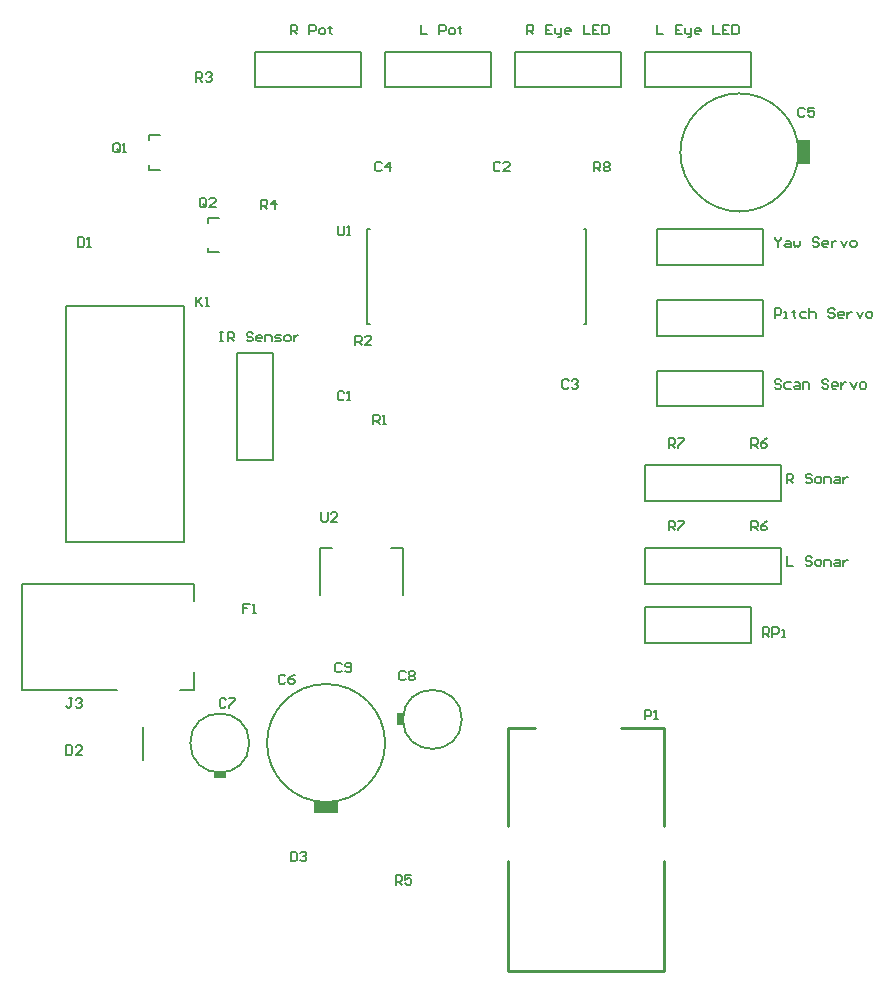
<source format=gto>
%FSLAX44Y44*%
%MOMM*%
G71*
G01*
G75*
G04 Layer_Color=65535*
%ADD10R,0.6000X1.0000*%
%ADD11R,1.4500X1.8000*%
%ADD12R,2.1590X2.7430*%
%ADD13R,1.5200X1.6800*%
%ADD14R,1.4000X1.0000*%
%ADD15R,0.6000X2.0000*%
%ADD16O,0.6000X2.0000*%
%ADD17R,1.0000X0.6000*%
%ADD18R,1.5000X2.0000*%
%ADD19C,1.0000*%
%ADD20C,0.3000*%
%ADD21C,0.2580*%
%ADD22R,3.8000X2.0000*%
%ADD23C,2.0000*%
%ADD24C,1.5240*%
G04:AMPARAMS|DCode=25|XSize=4.8mm|YSize=2mm|CornerRadius=0.5mm|HoleSize=0mm|Usage=FLASHONLY|Rotation=270.000|XOffset=0mm|YOffset=0mm|HoleType=Round|Shape=RoundedRectangle|*
%AMROUNDEDRECTD25*
21,1,4.8000,1.0000,0,0,270.0*
21,1,3.8000,2.0000,0,0,270.0*
1,1,1.0000,-0.5000,-1.9000*
1,1,1.0000,-0.5000,1.9000*
1,1,1.0000,0.5000,1.9000*
1,1,1.0000,0.5000,-1.9000*
%
%ADD25ROUNDEDRECTD25*%
G04:AMPARAMS|DCode=26|XSize=4mm|YSize=1.8mm|CornerRadius=0.45mm|HoleSize=0mm|Usage=FLASHONLY|Rotation=270.000|XOffset=0mm|YOffset=0mm|HoleType=Round|Shape=RoundedRectangle|*
%AMROUNDEDRECTD26*
21,1,4.0000,0.9000,0,0,270.0*
21,1,3.1000,1.8000,0,0,270.0*
1,1,0.9000,-0.4500,-1.5500*
1,1,0.9000,-0.4500,1.5500*
1,1,0.9000,0.4500,1.5500*
1,1,0.9000,0.4500,-1.5500*
%
%ADD26ROUNDEDRECTD26*%
G04:AMPARAMS|DCode=27|XSize=4mm|YSize=1.8mm|CornerRadius=0.45mm|HoleSize=0mm|Usage=FLASHONLY|Rotation=0.000|XOffset=0mm|YOffset=0mm|HoleType=Round|Shape=RoundedRectangle|*
%AMROUNDEDRECTD27*
21,1,4.0000,0.9000,0,0,0.0*
21,1,3.1000,1.8000,0,0,0.0*
1,1,0.9000,1.5500,-0.4500*
1,1,0.9000,-1.5500,-0.4500*
1,1,0.9000,-1.5500,0.4500*
1,1,0.9000,1.5500,0.4500*
%
%ADD27ROUNDEDRECTD27*%
%ADD28C,1.5000*%
%ADD29C,4.0000*%
%ADD30C,1.2700*%
%ADD31C,0.2000*%
%ADD32C,0.2540*%
%ADD33C,0.1000*%
%ADD34R,1.1000X2.0000*%
%ADD35R,2.0000X1.1000*%
%ADD36R,0.5000X1.0000*%
%ADD37R,1.0000X0.5000*%
D31*
X640000Y640000D02*
G03*
X640000Y640000I-50000J0D01*
G01*
X290000Y140000D02*
G03*
X290000Y140000I-50000J0D01*
G01*
X355000Y160000D02*
G03*
X355000Y160000I-25000J0D01*
G01*
X175000Y140000D02*
G03*
X175000Y140000I-25000J0D01*
G01*
X165000Y380000D02*
X195000D01*
Y470000D01*
X165000D02*
X195000D01*
X165000Y380000D02*
Y470000D01*
X270000Y695000D02*
Y725000D01*
X180000D02*
X270000D01*
X180000Y695000D02*
Y725000D01*
Y695000D02*
X270000D01*
X380000D02*
Y725000D01*
X290000D02*
X380000D01*
X290000Y695000D02*
Y725000D01*
Y695000D02*
X380000D01*
X400000D02*
X490000D01*
X400000D02*
Y725000D01*
X490000D01*
Y695000D02*
Y725000D01*
X510000Y695000D02*
X600000D01*
X510000D02*
Y725000D01*
X600000D01*
Y695000D02*
Y725000D01*
X85080Y125522D02*
Y153970D01*
X128000Y260250D02*
Y275000D01*
X-17000D02*
X128000D01*
X-17000Y185000D02*
Y275000D01*
Y185000D02*
X63250D01*
X128000D02*
Y200000D01*
X116000Y185000D02*
X128000D01*
X20000Y510000D02*
X120000D01*
X20000Y310000D02*
Y510000D01*
Y310000D02*
X120000D01*
Y510000D01*
X90000Y650500D02*
Y654600D01*
Y625400D02*
Y629500D01*
Y625400D02*
X99750D01*
X90000Y654600D02*
X99750D01*
X275000Y575000D02*
X277000D01*
X275000D02*
X275000Y495000D01*
X275500D02*
X277000D01*
X458500Y575000D02*
X460000D01*
X460500Y495000D02*
X460500Y575000D01*
X458500Y495000D02*
X460500D01*
X520000Y545000D02*
X610000D01*
X520000D02*
Y575000D01*
X610000D01*
Y545000D02*
Y575000D01*
X520000Y485000D02*
X610000D01*
X520000D02*
Y515000D01*
X610000D01*
Y485000D02*
Y515000D01*
X520000Y425000D02*
X610000D01*
X520000D02*
Y455000D01*
X610000D01*
Y425000D02*
Y455000D01*
X510000Y345000D02*
X625000D01*
X510000D02*
Y375000D01*
X625000Y375000D01*
X625000Y345000D02*
X625000Y375000D01*
X510000Y275000D02*
X625000D01*
X510000D02*
Y305000D01*
X625000Y305000D01*
X625000Y275000D02*
X625000Y305000D01*
X510000Y255000D02*
X600000D01*
Y225000D02*
Y255000D01*
X510000Y225000D02*
X600000D01*
X510000D02*
Y255000D01*
X140000Y580500D02*
Y584600D01*
Y555400D02*
Y559500D01*
Y555400D02*
X149750D01*
X140000Y584600D02*
X149750D01*
X295000Y305000D02*
X305000D01*
Y265000D02*
Y305000D01*
X235000D02*
X245000D01*
X235000Y265000D02*
Y305000D01*
X150000Y487997D02*
X152666D01*
X151333D01*
Y480000D01*
X150000D01*
X152666D01*
X156664D02*
Y487997D01*
X160663D01*
X161996Y486665D01*
Y483999D01*
X160663Y482666D01*
X156664D01*
X159330D02*
X161996Y480000D01*
X177991Y486665D02*
X176658Y487997D01*
X173992D01*
X172659Y486665D01*
Y485332D01*
X173992Y483999D01*
X176658D01*
X177991Y482666D01*
Y481333D01*
X176658Y480000D01*
X173992D01*
X172659Y481333D01*
X184655Y480000D02*
X181990D01*
X180657Y481333D01*
Y483999D01*
X181990Y485332D01*
X184655D01*
X185988Y483999D01*
Y482666D01*
X180657D01*
X188654Y480000D02*
Y485332D01*
X192653D01*
X193986Y483999D01*
Y480000D01*
X196652D02*
X200650D01*
X201983Y481333D01*
X200650Y482666D01*
X197985D01*
X196652Y483999D01*
X197985Y485332D01*
X201983D01*
X205982Y480000D02*
X208648D01*
X209981Y481333D01*
Y483999D01*
X208648Y485332D01*
X205982D01*
X204649Y483999D01*
Y481333D01*
X205982Y480000D01*
X212647Y485332D02*
Y480000D01*
Y482666D01*
X213979Y483999D01*
X215312Y485332D01*
X216645D01*
X236014Y335177D02*
Y328513D01*
X237347Y327180D01*
X240013D01*
X241346Y328513D01*
Y335177D01*
X249343Y327180D02*
X244011D01*
X249343Y332512D01*
Y333844D01*
X248010Y335177D01*
X245344D01*
X244011Y333844D01*
X250000Y577997D02*
Y571333D01*
X251333Y570000D01*
X253999D01*
X255332Y571333D01*
Y577997D01*
X257997Y570000D02*
X260663D01*
X259330D01*
Y577997D01*
X257997Y576665D01*
X466952Y623970D02*
Y631967D01*
X470951D01*
X472284Y630634D01*
Y627969D01*
X470951Y626636D01*
X466952D01*
X469618D02*
X472284Y623970D01*
X474949Y630634D02*
X476282Y631967D01*
X478948D01*
X480281Y630634D01*
Y629302D01*
X478948Y627969D01*
X480281Y626636D01*
Y625303D01*
X478948Y623970D01*
X476282D01*
X474949Y625303D01*
Y626636D01*
X476282Y627969D01*
X474949Y629302D01*
Y630634D01*
X476282Y627969D02*
X478948D01*
X530000Y320000D02*
Y327997D01*
X533999D01*
X535332Y326665D01*
Y323999D01*
X533999Y322666D01*
X530000D01*
X532666D02*
X535332Y320000D01*
X537997Y327997D02*
X543329D01*
Y326665D01*
X537997Y321333D01*
Y320000D01*
X530000Y390000D02*
Y397997D01*
X533999D01*
X535332Y396665D01*
Y393999D01*
X533999Y392666D01*
X530000D01*
X532666D02*
X535332Y390000D01*
X537997Y397997D02*
X543329D01*
Y396665D01*
X537997Y391333D01*
Y390000D01*
X600000Y320000D02*
Y327997D01*
X603999D01*
X605332Y326665D01*
Y323999D01*
X603999Y322666D01*
X600000D01*
X602666D02*
X605332Y320000D01*
X613329Y327997D02*
X610663Y326665D01*
X607997Y323999D01*
Y321333D01*
X609330Y320000D01*
X611996D01*
X613329Y321333D01*
Y322666D01*
X611996Y323999D01*
X607997D01*
X600000Y390000D02*
Y397997D01*
X603999D01*
X605332Y396665D01*
Y393999D01*
X603999Y392666D01*
X600000D01*
X602666D02*
X605332Y390000D01*
X613329Y397997D02*
X610663Y396665D01*
X607997Y393999D01*
Y391333D01*
X609330Y390000D01*
X611996D01*
X613329Y391333D01*
Y392666D01*
X611996Y393999D01*
X607997D01*
X299000Y20000D02*
Y27997D01*
X302999D01*
X304332Y26665D01*
Y23999D01*
X302999Y22666D01*
X299000D01*
X301666D02*
X304332Y20000D01*
X312329Y27997D02*
X306997D01*
Y23999D01*
X309663Y25332D01*
X310996D01*
X312329Y23999D01*
Y21333D01*
X310996Y20000D01*
X308330D01*
X306997Y21333D01*
X185006Y592074D02*
Y600071D01*
X189005D01*
X190338Y598739D01*
Y596073D01*
X189005Y594740D01*
X185006D01*
X187672D02*
X190338Y592074D01*
X197002D02*
Y600071D01*
X193003Y596073D01*
X198335D01*
X130000Y700000D02*
Y707997D01*
X133999D01*
X135332Y706665D01*
Y703999D01*
X133999Y702666D01*
X130000D01*
X132666D02*
X135332Y700000D01*
X137997Y706665D02*
X139330Y707997D01*
X141996D01*
X143329Y706665D01*
Y705332D01*
X141996Y703999D01*
X140663D01*
X141996D01*
X143329Y702666D01*
Y701333D01*
X141996Y700000D01*
X139330D01*
X137997Y701333D01*
X264922Y477012D02*
Y485009D01*
X268921D01*
X270254Y483676D01*
Y481011D01*
X268921Y479678D01*
X264922D01*
X267588D02*
X270254Y477012D01*
X278251D02*
X272919D01*
X278251Y482344D01*
Y483676D01*
X276918Y485009D01*
X274252D01*
X272919Y483676D01*
X280000Y410000D02*
Y417997D01*
X283999D01*
X285332Y416665D01*
Y413999D01*
X283999Y412666D01*
X280000D01*
X282666D02*
X285332Y410000D01*
X287997D02*
X290663D01*
X289330D01*
Y417997D01*
X287997Y416665D01*
X138428Y594837D02*
Y600168D01*
X137095Y601501D01*
X134429D01*
X133096Y600168D01*
Y594837D01*
X134429Y593504D01*
X137095D01*
X135762Y596170D02*
X138428Y593504D01*
X137095D02*
X138428Y594837D01*
X146425Y593504D02*
X141093D01*
X146425Y598836D01*
Y600168D01*
X145092Y601501D01*
X142426D01*
X141093Y600168D01*
X65332Y641333D02*
Y646665D01*
X63999Y647997D01*
X61333D01*
X60000Y646665D01*
Y641333D01*
X61333Y640000D01*
X63999D01*
X62666Y642666D02*
X65332Y640000D01*
X63999D02*
X65332Y641333D01*
X67997Y640000D02*
X70663D01*
X69330D01*
Y647997D01*
X67997Y646665D01*
X510000Y160000D02*
Y167997D01*
X513999D01*
X515332Y166665D01*
Y163999D01*
X513999Y162666D01*
X510000D01*
X517997Y160000D02*
X520663D01*
X519330D01*
Y167997D01*
X517997Y166665D01*
X130000Y517997D02*
Y510000D01*
Y512666D01*
X135332Y517997D01*
X131333Y513999D01*
X135332Y510000D01*
X137997D02*
X140663D01*
X139330D01*
Y517997D01*
X137997Y516665D01*
X520000Y747997D02*
Y740000D01*
X525332D01*
X541326Y747997D02*
X535995D01*
Y740000D01*
X541326D01*
X535995Y743999D02*
X538661D01*
X543992Y745332D02*
Y741333D01*
X545325Y740000D01*
X549324D01*
Y738667D01*
X547991Y737334D01*
X546658D01*
X549324Y740000D02*
Y745332D01*
X555988Y740000D02*
X553323D01*
X551990Y741333D01*
Y743999D01*
X553323Y745332D01*
X555988D01*
X557321Y743999D01*
Y742666D01*
X551990D01*
X567985Y747997D02*
Y740000D01*
X573316D01*
X581314Y747997D02*
X575982D01*
Y740000D01*
X581314D01*
X575982Y743999D02*
X578648D01*
X583979Y747997D02*
Y740000D01*
X587978D01*
X589311Y741333D01*
Y746665D01*
X587978Y747997D01*
X583979D01*
X410000Y740000D02*
Y747997D01*
X413999D01*
X415332Y746665D01*
Y743999D01*
X413999Y742666D01*
X410000D01*
X412666D02*
X415332Y740000D01*
X431326Y747997D02*
X425995D01*
Y740000D01*
X431326D01*
X425995Y743999D02*
X428661D01*
X433992Y745332D02*
Y741333D01*
X435325Y740000D01*
X439324D01*
Y738667D01*
X437991Y737334D01*
X436658D01*
X439324Y740000D02*
Y745332D01*
X445988Y740000D02*
X443323D01*
X441990Y741333D01*
Y743999D01*
X443323Y745332D01*
X445988D01*
X447321Y743999D01*
Y742666D01*
X441990D01*
X457985Y747997D02*
Y740000D01*
X463316D01*
X471314Y747997D02*
X465982D01*
Y740000D01*
X471314D01*
X465982Y743999D02*
X468648D01*
X473979Y747997D02*
Y740000D01*
X477978D01*
X479311Y741333D01*
Y746665D01*
X477978Y747997D01*
X473979D01*
X630000Y297997D02*
Y290000D01*
X635332D01*
X651327Y296665D02*
X649994Y297997D01*
X647328D01*
X645995Y296665D01*
Y295332D01*
X647328Y293999D01*
X649994D01*
X651327Y292666D01*
Y291333D01*
X649994Y290000D01*
X647328D01*
X645995Y291333D01*
X655325Y290000D02*
X657991D01*
X659324Y291333D01*
Y293999D01*
X657991Y295332D01*
X655325D01*
X653992Y293999D01*
Y291333D01*
X655325Y290000D01*
X661990D02*
Y295332D01*
X665988D01*
X667321Y293999D01*
Y290000D01*
X671320Y295332D02*
X673986D01*
X675319Y293999D01*
Y290000D01*
X671320D01*
X669987Y291333D01*
X671320Y292666D01*
X675319D01*
X677984Y295332D02*
Y290000D01*
Y292666D01*
X679317Y293999D01*
X680650Y295332D01*
X681983D01*
X630000Y360000D02*
Y367997D01*
X633999D01*
X635332Y366665D01*
Y363999D01*
X633999Y362666D01*
X630000D01*
X632666D02*
X635332Y360000D01*
X651327Y366665D02*
X649994Y367997D01*
X647328D01*
X645995Y366665D01*
Y365332D01*
X647328Y363999D01*
X649994D01*
X651327Y362666D01*
Y361333D01*
X649994Y360000D01*
X647328D01*
X645995Y361333D01*
X655325Y360000D02*
X657991D01*
X659324Y361333D01*
Y363999D01*
X657991Y365332D01*
X655325D01*
X653992Y363999D01*
Y361333D01*
X655325Y360000D01*
X661990D02*
Y365332D01*
X665988D01*
X667321Y363999D01*
Y360000D01*
X671320Y365332D02*
X673986D01*
X675319Y363999D01*
Y360000D01*
X671320D01*
X669987Y361333D01*
X671320Y362666D01*
X675319D01*
X677984Y365332D02*
Y360000D01*
Y362666D01*
X679317Y363999D01*
X680650Y365332D01*
X681983D01*
X625332Y446665D02*
X623999Y447997D01*
X621333D01*
X620000Y446665D01*
Y445332D01*
X621333Y443999D01*
X623999D01*
X625332Y442666D01*
Y441333D01*
X623999Y440000D01*
X621333D01*
X620000Y441333D01*
X633329Y445332D02*
X629330D01*
X627997Y443999D01*
Y441333D01*
X629330Y440000D01*
X633329D01*
X637328Y445332D02*
X639994D01*
X641327Y443999D01*
Y440000D01*
X637328D01*
X635995Y441333D01*
X637328Y442666D01*
X641327D01*
X643992Y440000D02*
Y445332D01*
X647991D01*
X649324Y443999D01*
Y440000D01*
X665319Y446665D02*
X663986Y447997D01*
X661320D01*
X659987Y446665D01*
Y445332D01*
X661320Y443999D01*
X663986D01*
X665319Y442666D01*
Y441333D01*
X663986Y440000D01*
X661320D01*
X659987Y441333D01*
X671983Y440000D02*
X669317D01*
X667984Y441333D01*
Y443999D01*
X669317Y445332D01*
X671983D01*
X673316Y443999D01*
Y442666D01*
X667984D01*
X675982Y445332D02*
Y440000D01*
Y442666D01*
X677315Y443999D01*
X678648Y445332D01*
X679981D01*
X683979D02*
X686645Y440000D01*
X689311Y445332D01*
X693310Y440000D02*
X695975D01*
X697308Y441333D01*
Y443999D01*
X695975Y445332D01*
X693310D01*
X691977Y443999D01*
Y441333D01*
X693310Y440000D01*
X620000Y500000D02*
Y507997D01*
X623999D01*
X625332Y506665D01*
Y503999D01*
X623999Y502666D01*
X620000D01*
X627997Y500000D02*
X630663D01*
X629330D01*
Y505332D01*
X627997D01*
X635995Y506665D02*
Y505332D01*
X634662D01*
X637328D01*
X635995D01*
Y501333D01*
X637328Y500000D01*
X646658Y505332D02*
X642659D01*
X641327Y503999D01*
Y501333D01*
X642659Y500000D01*
X646658D01*
X649324Y507997D02*
Y500000D01*
Y503999D01*
X650657Y505332D01*
X653323D01*
X654656Y503999D01*
Y500000D01*
X670650Y506665D02*
X669317Y507997D01*
X666652D01*
X665319Y506665D01*
Y505332D01*
X666652Y503999D01*
X669317D01*
X670650Y502666D01*
Y501333D01*
X669317Y500000D01*
X666652D01*
X665319Y501333D01*
X677315Y500000D02*
X674649D01*
X673316Y501333D01*
Y503999D01*
X674649Y505332D01*
X677315D01*
X678648Y503999D01*
Y502666D01*
X673316D01*
X681314Y505332D02*
Y500000D01*
Y502666D01*
X682646Y503999D01*
X683979Y505332D01*
X685312D01*
X689311D02*
X691977Y500000D01*
X694643Y505332D01*
X698641Y500000D02*
X701307D01*
X702640Y501333D01*
Y503999D01*
X701307Y505332D01*
X698641D01*
X697308Y503999D01*
Y501333D01*
X698641Y500000D01*
X620000Y567997D02*
Y566665D01*
X622666Y563999D01*
X625332Y566665D01*
Y567997D01*
X622666Y563999D02*
Y560000D01*
X629330Y565332D02*
X631996D01*
X633329Y563999D01*
Y560000D01*
X629330D01*
X627997Y561333D01*
X629330Y562666D01*
X633329D01*
X635995Y565332D02*
Y561333D01*
X637328Y560000D01*
X638661Y561333D01*
X639994Y560000D01*
X641327Y561333D01*
Y565332D01*
X657321Y566665D02*
X655988Y567997D01*
X653323D01*
X651990Y566665D01*
Y565332D01*
X653323Y563999D01*
X655988D01*
X657321Y562666D01*
Y561333D01*
X655988Y560000D01*
X653323D01*
X651990Y561333D01*
X663986Y560000D02*
X661320D01*
X659987Y561333D01*
Y563999D01*
X661320Y565332D01*
X663986D01*
X665319Y563999D01*
Y562666D01*
X659987D01*
X667984Y565332D02*
Y560000D01*
Y562666D01*
X669317Y563999D01*
X670650Y565332D01*
X671983D01*
X675982D02*
X678648Y560000D01*
X681313Y565332D01*
X685312Y560000D02*
X687978D01*
X689311Y561333D01*
Y563999D01*
X687978Y565332D01*
X685312D01*
X683979Y563999D01*
Y561333D01*
X685312Y560000D01*
X610000Y230000D02*
Y237997D01*
X613999D01*
X615332Y236665D01*
Y233999D01*
X613999Y232666D01*
X610000D01*
X612666D02*
X615332Y230000D01*
X617997D02*
Y237997D01*
X621996D01*
X623329Y236665D01*
Y233999D01*
X621996Y232666D01*
X617997D01*
X625995Y230000D02*
X628661D01*
X627328D01*
Y235332D01*
X625995D01*
X25332Y177997D02*
X22666D01*
X23999D01*
Y171333D01*
X22666Y170000D01*
X21333D01*
X20000Y171333D01*
X27997Y176665D02*
X29330Y177997D01*
X31996D01*
X33329Y176665D01*
Y175332D01*
X31996Y173999D01*
X30663D01*
X31996D01*
X33329Y172666D01*
Y171333D01*
X31996Y170000D01*
X29330D01*
X27997Y171333D01*
X320000Y747997D02*
Y740000D01*
X325332D01*
X335995D02*
Y747997D01*
X339994D01*
X341326Y746665D01*
Y743999D01*
X339994Y742666D01*
X335995D01*
X345325Y740000D02*
X347991D01*
X349324Y741333D01*
Y743999D01*
X347991Y745332D01*
X345325D01*
X343992Y743999D01*
Y741333D01*
X345325Y740000D01*
X353323Y746665D02*
Y745332D01*
X351990D01*
X354655D01*
X353323D01*
Y741333D01*
X354655Y740000D01*
X210000D02*
Y747997D01*
X213999D01*
X215332Y746665D01*
Y743999D01*
X213999Y742666D01*
X210000D01*
X212666D02*
X215332Y740000D01*
X225995D02*
Y747997D01*
X229994D01*
X231327Y746665D01*
Y743999D01*
X229994Y742666D01*
X225995D01*
X235325Y740000D02*
X237991D01*
X239324Y741333D01*
Y743999D01*
X237991Y745332D01*
X235325D01*
X233992Y743999D01*
Y741333D01*
X235325Y740000D01*
X243323Y746665D02*
Y745332D01*
X241990D01*
X244655D01*
X243323D01*
Y741333D01*
X244655Y740000D01*
X175332Y257997D02*
X170000D01*
Y253999D01*
X172666D01*
X170000D01*
Y250000D01*
X177997D02*
X180663D01*
X179330D01*
Y257997D01*
X177997Y256665D01*
X210000Y47997D02*
Y40000D01*
X213999D01*
X215332Y41333D01*
Y46665D01*
X213999Y47997D01*
X210000D01*
X217997Y46665D02*
X219330Y47997D01*
X221996D01*
X223329Y46665D01*
Y45332D01*
X221996Y43999D01*
X220663D01*
X221996D01*
X223329Y42666D01*
Y41333D01*
X221996Y40000D01*
X219330D01*
X217997Y41333D01*
X20000Y137997D02*
Y130000D01*
X23999D01*
X25332Y131333D01*
Y136664D01*
X23999Y137997D01*
X20000D01*
X33329Y130000D02*
X27997D01*
X33329Y135332D01*
Y136664D01*
X31996Y137997D01*
X29330D01*
X27997Y136664D01*
X30000Y567997D02*
Y560000D01*
X33999D01*
X35332Y561333D01*
Y566665D01*
X33999Y567997D01*
X30000D01*
X37997Y560000D02*
X40663D01*
X39330D01*
Y567997D01*
X37997Y566665D01*
X253332Y206665D02*
X251999Y207997D01*
X249333D01*
X248000Y206665D01*
Y201333D01*
X249333Y200000D01*
X251999D01*
X253332Y201333D01*
X255997D02*
X257330Y200000D01*
X259996D01*
X261329Y201333D01*
Y206665D01*
X259996Y207997D01*
X257330D01*
X255997Y206665D01*
Y205332D01*
X257330Y203999D01*
X261329D01*
X307338Y199704D02*
X306005Y201037D01*
X303339D01*
X302006Y199704D01*
Y194373D01*
X303339Y193040D01*
X306005D01*
X307338Y194373D01*
X310003Y199704D02*
X311336Y201037D01*
X314002D01*
X315335Y199704D01*
Y198372D01*
X314002Y197039D01*
X315335Y195706D01*
Y194373D01*
X314002Y193040D01*
X311336D01*
X310003Y194373D01*
Y195706D01*
X311336Y197039D01*
X310003Y198372D01*
Y199704D01*
X311336Y197039D02*
X314002D01*
X155332Y176665D02*
X153999Y177997D01*
X151333D01*
X150000Y176665D01*
Y171333D01*
X151333Y170000D01*
X153999D01*
X155332Y171333D01*
X157997Y177997D02*
X163329D01*
Y176665D01*
X157997Y171333D01*
Y170000D01*
X205332Y196665D02*
X203999Y197997D01*
X201333D01*
X200000Y196665D01*
Y191333D01*
X201333Y190000D01*
X203999D01*
X205332Y191333D01*
X213329Y197997D02*
X210663Y196665D01*
X207997Y193999D01*
Y191333D01*
X209330Y190000D01*
X211996D01*
X213329Y191333D01*
Y192666D01*
X211996Y193999D01*
X207997D01*
X645332Y676665D02*
X643999Y677997D01*
X641333D01*
X640000Y676665D01*
Y671333D01*
X641333Y670000D01*
X643999D01*
X645332Y671333D01*
X653329Y677997D02*
X647997D01*
Y673999D01*
X650663Y675332D01*
X651996D01*
X653329Y673999D01*
Y671333D01*
X651996Y670000D01*
X649330D01*
X647997Y671333D01*
X287206Y630742D02*
X285873Y632075D01*
X283207D01*
X281874Y630742D01*
Y625411D01*
X283207Y624078D01*
X285873D01*
X287206Y625411D01*
X293870Y624078D02*
Y632075D01*
X289871Y628077D01*
X295203D01*
X445332Y446665D02*
X443999Y447997D01*
X441333D01*
X440000Y446665D01*
Y441333D01*
X441333Y440000D01*
X443999D01*
X445332Y441333D01*
X447997Y446665D02*
X449330Y447997D01*
X451996D01*
X453329Y446665D01*
Y445332D01*
X451996Y443999D01*
X450663D01*
X451996D01*
X453329Y442666D01*
Y441333D01*
X451996Y440000D01*
X449330D01*
X447997Y441333D01*
X387442Y630742D02*
X386109Y632075D01*
X383443D01*
X382110Y630742D01*
Y625411D01*
X383443Y624078D01*
X386109D01*
X387442Y625411D01*
X395439Y624078D02*
X390107D01*
X395439Y629410D01*
Y630742D01*
X394106Y632075D01*
X391440D01*
X390107Y630742D01*
X255332Y436665D02*
X253999Y437997D01*
X251333D01*
X250000Y436665D01*
Y431333D01*
X251333Y430000D01*
X253999D01*
X255332Y431333D01*
X257997Y430000D02*
X260663D01*
X259330D01*
Y437997D01*
X257997Y436665D01*
D32*
X393950Y70000D02*
Y152850D01*
Y-52850D02*
Y40000D01*
X526050Y-52850D02*
Y40000D01*
Y70000D02*
Y152850D01*
X393950Y-52850D02*
X526050D01*
X490000Y152850D02*
X526050D01*
X393950D02*
X417150D01*
D33*
X275000Y495000D02*
X275500D01*
D34*
X644500Y640000D02*
D03*
D35*
X240000Y85500D02*
D03*
D36*
X302503Y160000D02*
D03*
D37*
X150000Y112500D02*
D03*
M02*

</source>
